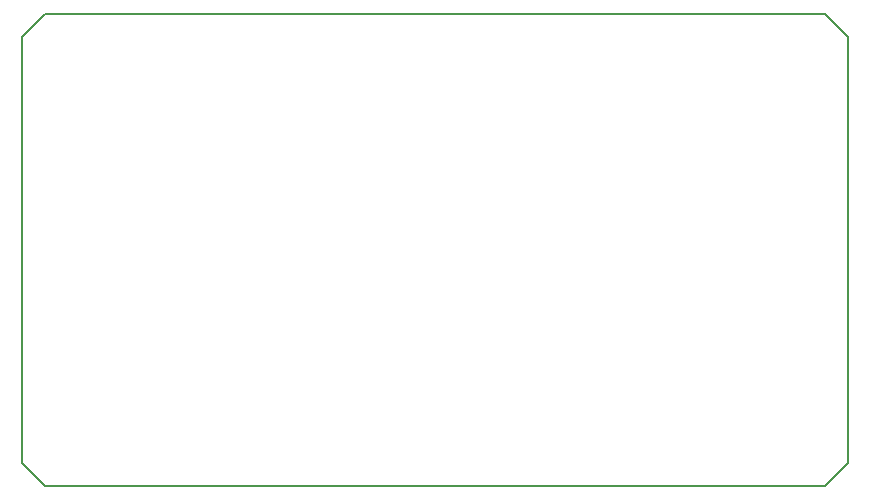
<source format=gm1>
G04 #@! TF.FileFunction,Profile,NP*
%FSLAX46Y46*%
G04 Gerber Fmt 4.6, Leading zero omitted, Abs format (unit mm)*
G04 Created by KiCad (PCBNEW 4.0.0-rc1-stable) date 08/11/2015 16:00:56*
%MOMM*%
G01*
G04 APERTURE LIST*
%ADD10C,0.100000*%
%ADD11C,0.150000*%
G04 APERTURE END LIST*
D10*
D11*
X119999760Y-118003320D02*
X119999760Y-117967760D01*
X121996200Y-119999760D02*
X119999760Y-118003320D01*
X190007240Y-118008400D02*
X188015880Y-119999760D01*
X190002160Y-81996280D02*
X190002160Y-82011520D01*
X188000640Y-79994760D02*
X190002160Y-81996280D01*
X121996200Y-79999840D02*
X122067320Y-79999840D01*
X119999760Y-81996280D02*
X121996200Y-79999840D01*
X178587400Y-120002300D02*
X178574700Y-120002300D01*
X177965100Y-79984600D02*
X177965100Y-79933800D01*
X120000000Y-118000000D02*
X120000000Y-82000000D01*
X188000000Y-120000000D02*
X122000000Y-120000000D01*
X190000000Y-82000000D02*
X190000000Y-118000000D01*
X122000000Y-80000000D02*
X188000000Y-80000000D01*
M02*

</source>
